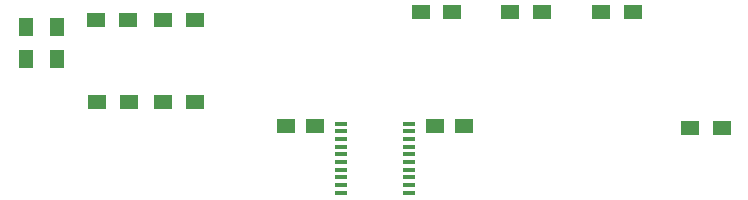
<source format=gbr>
G04 #@! TF.FileFunction,Paste,Top*
%FSLAX46Y46*%
G04 Gerber Fmt 4.6, Leading zero omitted, Abs format (unit mm)*
G04 Created by KiCad (PCBNEW 4.0.7) date 09/24/17 15:20:56*
%MOMM*%
%LPD*%
G01*
G04 APERTURE LIST*
%ADD10C,0.100000*%
%ADD11R,1.500000X1.250000*%
%ADD12R,1.300000X1.500000*%
%ADD13R,1.500000X1.300000*%
%ADD14R,1.000000X0.400000*%
G04 APERTURE END LIST*
D10*
D11*
X139350000Y-87800000D03*
X141850000Y-87800000D03*
X151950000Y-87800000D03*
X154450000Y-87800000D03*
D12*
X117300000Y-82050000D03*
X117300000Y-79350000D03*
X120000000Y-79350000D03*
X120000000Y-82050000D03*
D13*
X166050000Y-78100000D03*
X168750000Y-78100000D03*
X150750000Y-78100000D03*
X153450000Y-78100000D03*
X158350000Y-78100000D03*
X161050000Y-78100000D03*
X176250000Y-87900000D03*
X173550000Y-87900000D03*
X123350000Y-85700000D03*
X126050000Y-85700000D03*
X123250000Y-78800000D03*
X125950000Y-78800000D03*
X128950000Y-85700000D03*
X131650000Y-85700000D03*
X128950000Y-78800000D03*
X131650000Y-78800000D03*
D14*
X144000000Y-87575000D03*
X144000000Y-88225000D03*
X144000000Y-88875000D03*
X144000000Y-89525000D03*
X144000000Y-90175000D03*
X144000000Y-90825000D03*
X144000000Y-91475000D03*
X144000000Y-92125000D03*
X144000000Y-92775000D03*
X144000000Y-93425000D03*
X149800000Y-93425000D03*
X149800000Y-92775000D03*
X149800000Y-92125000D03*
X149800000Y-91475000D03*
X149800000Y-90825000D03*
X149800000Y-90175000D03*
X149800000Y-89525000D03*
X149800000Y-88875000D03*
X149800000Y-88225000D03*
X149800000Y-87575000D03*
M02*

</source>
